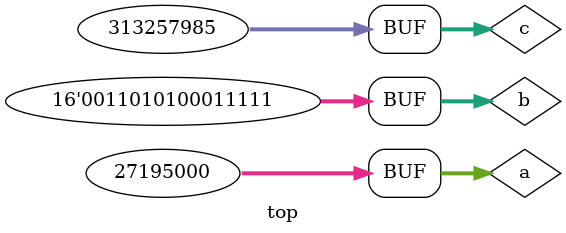
<source format=sv>


/*
:name: integers-underscores
:description: Automatic left padding of literal numbers using single-bit value
:tags: 5.7.1
*/
module top();
  logic [31:0] a;
  logic [15:0] b;
  logic [31:0] c;

  initial begin
    a = 27_195_000;              // unsized decimal 27195000
//      ^^^^^^^^^^ constant.numeric.integer.sv
    b = 16'b0011_0101_0001_1111; // 16-bit binary number
//      ^^^^^^^^^^^^^^^^^^^^^^^ constant.numeric.binary.sv
    c = 32 'h 12ab_f001;         // 32-bit hexadecimal number
//      ^^^^^^^^^^^^^^^ constant.numeric.hex.sv
  end

endmodule

</source>
